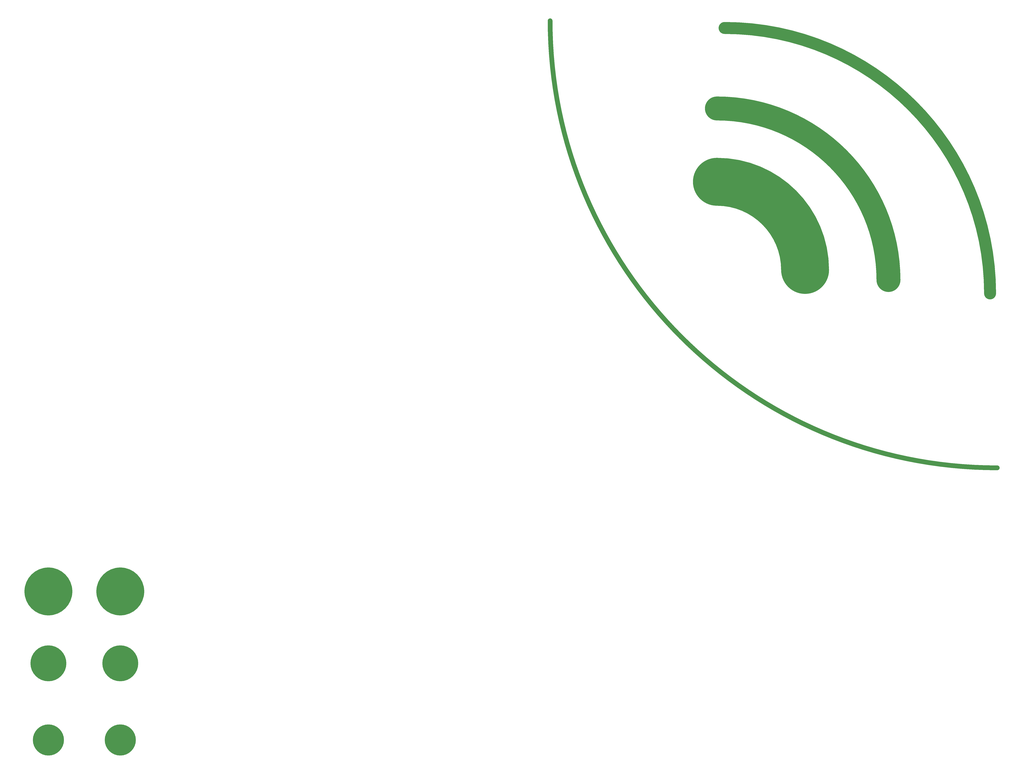
<source format=gbr>
G04 start of page 3 for group 1 idx 1 *
G04 Title: (unknown), ground *
G04 Creator: pcb 1.99z *
G04 CreationDate: Fri Jun 17 03:18:51 2011 UTC *
G04 For: apoelstra *
G04 Format: Gerber/RS-274X *
G04 PCB-Dimensions: 3000000 2000000 *
G04 PCB-Coordinate-Origin: lower left *
%MOIN*%
%FSLAX25Y25*%
%LNGROUP1*%
%ADD22C,0.6500*%
%ADD21C,0.7500*%
%ADD20C,1.0000*%
%ADD19C,0.5000*%
%ADD18C,0.2500*%
%ADD17C,0.1000*%
G54D17*X1497000Y1791000D02*G75*G03X2430000Y858000I933000J0D01*G01*
G54D18*X1861000Y1776000D02*G75*G02X2415000Y1222000I0J-554000D01*G01*
G54D19*X1845000Y1608000D02*G75*G02X2203000Y1250000I0J-358000D01*G01*
G54D20*X1845000Y1455000D02*G75*G02X2029000Y1271000I0J-184000D01*G01*
G54D21*X600000Y450000D03*
G54D22*Y290000D03*
G54D20*X450000Y600000D03*
X600000D03*
G54D22*X450000Y290000D03*
G54D21*Y450000D03*
G54D19*G54D18*G54D19*G54D18*G54D19*M02*

</source>
